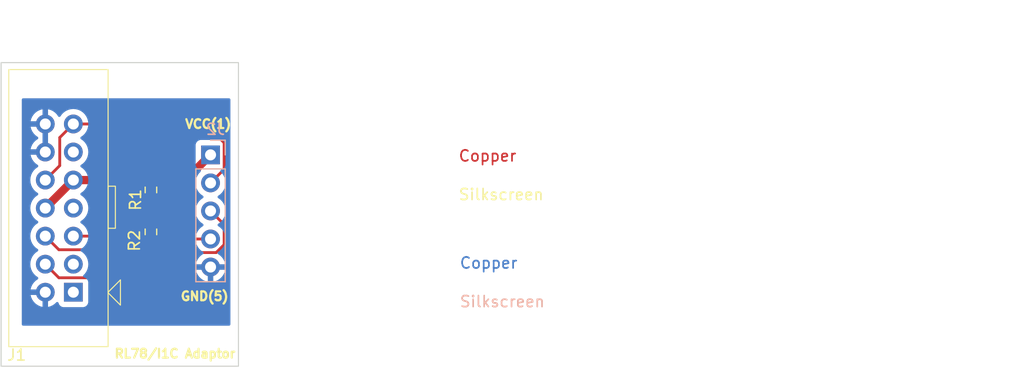
<source format=kicad_pcb>
(kicad_pcb (version 20221018) (generator pcbnew)
  (title_block (title "RL78/I1C Programming Adaptor - Non-Isolated") (date "2024-02-12") (rev "0") (company "Renesas Electronics Europe") (comment 1 "Author: Louis Wray"))
  (layers (0 "F.Cu" signal) (31 "B.Cu" signal) (34 "B.Paste" user) (35 "F.Paste" user) (36 "B.SilkS" user "B.Silkscreen") (37 "F.SilkS" user "F.Silkscreen") (38 "B.Mask" user) (39 "F.Mask" user) (44 "Edge.Cuts" user))
  (net 0 "")
  (net 2 "GND")
  (net 4 "Net-(J1-Pin_4)")
  (net 6 "VCC")
  (net 8 "/~{RESET_OUT}")
  (net 9 "/~{RESET_IN}")
  (net 10 "/TOOL0")
  (footprint "Resistor_SMD:R_0603_1608Metric_Pad0.98x0.95mm_HandSolder" (layer "F.Cu") (at 150.3 96.3 90)
    (fp_text reference "R2" (at -0.8 -1.5 90) (layer "F.SilkS"))
    (fp_text value "1k" hide)
    (fp_line (start -0.254724 -0.5225) (end 0.254724 -0.5225) (stroke (width 0.12)) (layer "F.SilkS"))
    (fp_line (start -0.254724 0.5225) (end 0.254724 0.5225) (stroke (width 0.12)) (layer "F.SilkS"))
    (pad "1" smd roundrect (at -0.9125 0 90) (size 0.975 0.95) (layers "F.Cu" "F.Paste" "F.Mask") (net 4 "Net-(J1-Pin_4)"))
    (pad "2" smd roundrect (at 0.9125 0 90) (size 0.975 0.95) (layers "F.Cu" "F.Paste" "F.Mask") (net 9 "/~{RESET_IN}"))
  )
  (footprint "Resistor_SMD:R_0603_1608Metric_Pad0.98x0.95mm_HandSolder" (layer "F.Cu") (at 150.3 92.5 -90)
    (fp_text reference "R1" (at 0.9 1.4 90) (layer "F.SilkS"))
    (fp_text value "3k9" hide)
    (fp_line (start -0.254724 -0.5225) (end 0.254724 -0.5225) (stroke (width 0.12)) (layer "F.SilkS"))
    (fp_line (start -0.254724 0.5225) (end 0.254724 0.5225) (stroke (width 0.12)) (layer "F.SilkS"))
    (pad "1" smd roundrect (at -0.9125 0 270) (size 0.975 0.95) (layers "F.Cu" "F.Paste" "F.Mask") (net 6 "VCC"))
    (pad "2" smd roundrect (at 0.9125 0 270) (size 0.975 0.95) (layers "F.Cu" "F.Paste" "F.Mask") (net 10 "/TOOL0"))
  )
  (footprint "Connector_PinHeader_2.54mm:PinHeader_2x07_P2.54mm_Vertical" (layer "F.Cu") (at 143.2704 101.7672 180)
    (fp_text reference "J1" (at 5.1308 -5.6896) (layer "F.SilkS"))
    (fp_text value "E2 Lite 14P" hide)
    (fp_line (start -4.2672 -1.1176) (end -4.2672 1.0668) (stroke (width 0.1)) (layer "F.SilkS"))
    (fp_line (start -3.1496 -0.0508) (end -4.2672 -1.1684) (stroke (width 0.1)) (layer "F.SilkS"))
    (fp_line (start -3.1496 0) (end -4.2672 1.1176) (stroke (width 0.1)) (layer "F.SilkS"))
    (fp_rect (start -3.1496 -4.93) (end 5.8504 20.17) (stroke (width 0.1)) (fill none) (layer "F.SilkS"))
    (fp_rect (start -3.1496 5.7912) (end -3.81 9.6012) (stroke (width 0.1)) (fill none) (layer "F.SilkS"))
    (pad "1" thru_hole rect (at 0 0 180) (size 1.7 1.7) (drill 1) (layers "*.Cu" "*.Mask"))
    (pad "2" thru_hole oval (at 2.54 0 180) (size 1.7 1.7) (drill 1) (layers "*.Cu" "*.Mask") (net 2 "GND"))
    (pad "3" thru_hole oval (at 0 2.54 180) (size 1.7 1.7) (drill 1) (layers "*.Cu" "*.Mask"))
    (pad "4" thru_hole oval (at 2.54 2.54 180) (size 1.7 1.7) (drill 1) (layers "*.Cu" "*.Mask") (net 4 "Net-(J1-Pin_4)"))
    (pad "5" thru_hole oval (at 0 5.08 180) (size 1.7 1.7) (drill 1) (layers "*.Cu" "*.Mask") (net 10 "/TOOL0"))
    (pad "6" thru_hole oval (at 2.54 5.08 180) (size 1.7 1.7) (drill 1) (layers "*.Cu" "*.Mask") (net 9 "/~{RESET_IN}"))
    (pad "7" thru_hole oval (at 0 7.62 180) (size 1.7 1.7) (drill 1) (layers "*.Cu" "*.Mask"))
    (pad "8" thru_hole oval (at 2.54 7.62 180) (size 1.7 1.7) (drill 1) (layers "*.Cu" "*.Mask") (net 6 "VCC"))
    (pad "9" thru_hole oval (at 0 10.16 180) (size 1.7 1.7) (drill 1) (layers "*.Cu" "*.Mask") (net 6 "VCC"))
    (pad "10" thru_hole oval (at 2.54 10.16 180) (size 1.7 1.7) (drill 1) (layers "*.Cu" "*.Mask") (net 8 "/~{RESET_OUT}"))
    (pad "11" thru_hole oval (at 0 12.7 180) (size 1.7 1.7) (drill 1) (layers "*.Cu" "*.Mask"))
    (pad "12" thru_hole oval (at 2.54 12.7 180) (size 1.7 1.7) (drill 1) (layers "*.Cu" "*.Mask") (net 2 "GND"))
    (pad "13" thru_hole oval (at 0 15.24 180) (size 1.7 1.7) (drill 1) (layers "*.Cu" "*.Mask") (net 8 "/~{RESET_OUT}"))
    (pad "14" thru_hole oval (at 2.54 15.24 180) (size 1.7 1.7) (drill 1) (layers "*.Cu" "*.Mask") (net 2 "GND"))
  )
  (footprint "Connector_PinHeader_2.54mm:PinHeader_1x05_P2.54mm_Vertical" (layer "B.Cu") (at 155.7 89.325 180)
    (fp_text reference "J2" (at -0.448 2.322 180) (layer "B.SilkS") (effects (justify mirror)))
    (fp_text value "RL78/I1C 5P" hide)
    (fp_line (start -1.33 -11.49) (end 1.33 -11.49) (stroke (width 0.12)) (layer "B.SilkS"))
    (fp_line (start -1.33 -1.27) (end -1.33 -11.49) (stroke (width 0.12)) (layer "B.SilkS"))
    (fp_line (start -1.33 -1.27) (end 1.33 -1.27) (stroke (width 0.12)) (layer "B.SilkS"))
    (fp_line (start -1.33 0) (end -1.33 1.33) (stroke (width 0.12)) (layer "B.SilkS"))
    (fp_line (start -1.33 1.33) (end 0 1.33) (stroke (width 0.12)) (layer "B.SilkS"))
    (fp_line (start 1.33 -1.27) (end 1.33 -11.49) (stroke (width 0.12)) (layer "B.SilkS"))
    (pad "1" thru_hole rect (at 0 0 180) (size 1.7 1.7) (drill 1) (layers "*.Cu" "*.Mask") (net 6 "VCC"))
    (pad "2" thru_hole oval (at 0 -2.54 180) (size 1.7 1.7) (drill 1) (layers "*.Cu" "*.Mask") (net 8 "/~{RESET_OUT}"))
    (pad "3" thru_hole oval (at 0 -5.08 180) (size 1.7 1.7) (drill 1) (layers "*.Cu" "*.Mask") (net 9 "/~{RESET_IN}"))
    (pad "4" thru_hole oval (at 0 -7.62 180) (size 1.7 1.7) (drill 1) (layers "*.Cu" "*.Mask") (net 10 "/TOOL0"))
    (pad "5" thru_hole oval (at 0 -10.16 180) (size 1.7 1.7) (drill 1) (layers "*.Cu" "*.Mask") (net 2 "GND"))
  )
  (gr_rect (start 136.7276 80.9668) (end 158.2276 108.4668) (stroke (width 0.1)) (fill none) (layer "Edge.Cuts"))
  (gr_text "Copper" (at 178.1 90) (layer "F.Cu") (effects (font (size 1 1)) (justify left bottom)))
  (gr_text "Copper" (at 178.2 99.7) (layer "B.Cu") (effects (font (size 1 1)) (justify left bottom)))
  (gr_text "Silkscreen" (at 178.2 103.2) (layer "B.SilkS") (effects (font (size 1 1)) (justify left bottom)))
  (gr_text "Silkscreen" (at 178.1 93.5) (layer "F.SilkS") (effects (font (size 1 1)) (justify left bottom)))
  (gr_text "GND(5)" (at 152.9 102.6) (layer "F.SilkS") (effects (font (size 0.8 0.8) (thickness 0.2) bold) (justify left bottom)))
  (gr_text "RL78/I1C Adaptor" (at 146.9 107.8) (layer "F.SilkS") (effects (font (size 0.8 0.8) (thickness 0.2) bold) (justify left bottom)))
  (gr_text "VCC(1)" (at 153.3 87) (layer "F.SilkS") (effects (font (size 0.8 0.8) (thickness 0.2) bold) (justify left bottom)))
  (segment (start 141.9614 100.4582) (end 140.7304 99.2272) (width 0.254) (layer "F.Cu") (net 4))
  (segment (start 148.44375 97.2125) (end 145.19805 100.4582) (width 0.254) (layer "F.Cu") (net 4))
  (segment (start 145.19805 100.4582) (end 141.9614 100.4582) (width 0.254) (layer "F.Cu") (net 4))
  (segment (start 150.3 97.2125) (end 148.44375 97.2125) (width 0.254) (layer "F.Cu") (net 4))
  (segment (start 140.7304 94.1472) (end 143.2704 91.6072) (width 0.75) (layer "F.Cu") (net 6))
  (segment (start 153.4375 91.5875) (end 155.7 89.325) (width 0.75) (layer "F.Cu") (net 6))
  (segment (start 143.2704 91.6072) (end 150.2803 91.6072) (width 0.75) (layer "F.Cu") (net 6))
  (segment (start 150.2803 91.6072) (end 150.3 91.5875) (width 0.75) (layer "F.Cu") (net 6))
  (segment (start 150.3 91.5875) (end 153.4375 91.5875) (width 0.75) (layer "F.Cu") (net 6))
  (segment (start 156.931 88.231) (end 155.2272 86.5272) (width 0.254) (layer "F.Cu") (net 8))
  (segment (start 142.0394 87.7582) (end 143.2704 86.5272) (width 0.254) (layer "F.Cu") (net 8))
  (segment (start 155.7 91.865) (end 156.931 90.634) (width 0.254) (layer "F.Cu") (net 8))
  (segment (start 155.2272 86.5272) (end 143.2704 86.5272) (width 0.254) (layer "F.Cu") (net 8))
  (segment (start 156.931 90.634) (end 156.931 88.231) (width 0.254) (layer "F.Cu") (net 8))
  (segment (start 140.7304 91.6072) (end 142.0394 90.2982) (width 0.254) (layer "F.Cu") (net 8))
  (segment (start 142.0394 90.2982) (end 142.0394 87.7582) (width 0.254) (layer "F.Cu") (net 8))
  (segment (start 150.3 95.3875) (end 153.0885 98.176) (width 0.254) (layer "F.Cu") (net 9))
  (segment (start 156.209897 98.176) (end 156.931 97.454897) (width 0.254) (layer "F.Cu") (net 9))
  (segment (start 140.7304 96.6872) (end 141.9614 97.9182) (width 0.254) (layer "F.Cu") (net 9))
  (segment (start 141.9614 97.9182) (end 145.6818 97.9182) (width 0.254) (layer "F.Cu") (net 9))
  (segment (start 145.6818 97.9182) (end 148.2125 95.3875) (width 0.254) (layer "F.Cu") (net 9))
  (segment (start 148.2125 95.3875) (end 150.3 95.3875) (width 0.254) (layer "F.Cu") (net 9))
  (segment (start 153.0885 98.176) (end 156.209897 98.176) (width 0.254) (layer "F.Cu") (net 9))
  (segment (start 156.931 95.636) (end 155.7 94.405) (width 0.254) (layer "F.Cu") (net 9))
  (segment (start 156.931 97.454897) (end 156.931 95.636) (width 0.254) (layer "F.Cu") (net 9))
  (segment (start 153.8325 96.945) (end 150.3 93.4125) (width 0.254) (layer "F.Cu") (net 10))
  (segment (start 155.7 96.945) (end 153.8325 96.945) (width 0.254) (layer "F.Cu") (net 10))
  (segment (start 148.0875 93.4125) (end 144.8128 96.6872) (width 0.254) (layer "F.Cu") (net 10))
  (segment (start 150.3 93.4125) (end 148.0875 93.4125) (width 0.254) (layer "F.Cu") (net 10))
  (segment (start 144.8128 96.6872) (end 143.2704 96.6872) (width 0.254) (layer "F.Cu") (net 10))
  (zone (net 2) (net_name "GND") (layer "B.Cu") (connect_pads (clearance 0.5)) (min_thickness 0.25) (fill yes (thermal_gap 0.5) (thermal_bridge_width 0.5))
    (polygon (pts (xy 138.6 84.2) (xy 157.5 84.2) (xy 157.5 104.8) (xy 138.6 104.8)))
  )
)
</source>
